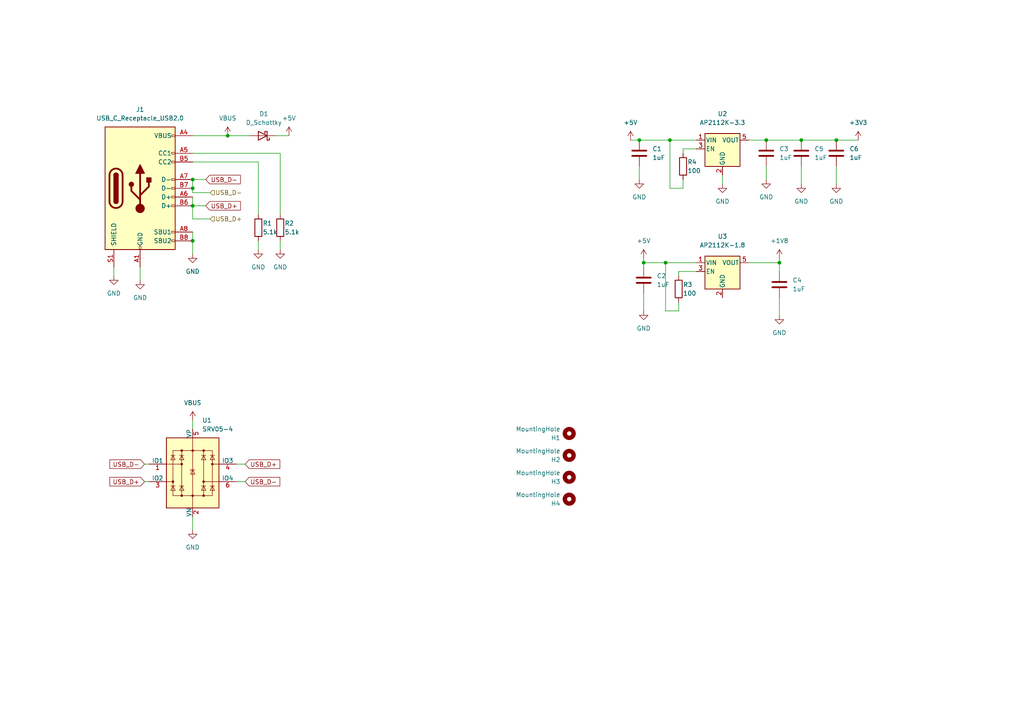
<source format=kicad_sch>
(kicad_sch (version 20211123) (generator eeschema)

  (uuid 6ed977c9-5340-4bb1-abde-4de613ab731c)

  (paper "A4")

  (lib_symbols
    (symbol "Connector:USB_C_Receptacle_USB2.0" (pin_names (offset 1.016)) (in_bom yes) (on_board yes)
      (property "Reference" "J" (id 0) (at -10.16 19.05 0)
        (effects (font (size 1.27 1.27)) (justify left))
      )
      (property "Value" "USB_C_Receptacle_USB2.0" (id 1) (at 19.05 19.05 0)
        (effects (font (size 1.27 1.27)) (justify right))
      )
      (property "Footprint" "" (id 2) (at 3.81 0 0)
        (effects (font (size 1.27 1.27)) hide)
      )
      (property "Datasheet" "https://www.usb.org/sites/default/files/documents/usb_type-c.zip" (id 3) (at 3.81 0 0)
        (effects (font (size 1.27 1.27)) hide)
      )
      (property "ki_keywords" "usb universal serial bus type-C USB2.0" (id 4) (at 0 0 0)
        (effects (font (size 1.27 1.27)) hide)
      )
      (property "ki_description" "USB 2.0-only Type-C Receptacle connector" (id 5) (at 0 0 0)
        (effects (font (size 1.27 1.27)) hide)
      )
      (property "ki_fp_filters" "USB*C*Receptacle*" (id 6) (at 0 0 0)
        (effects (font (size 1.27 1.27)) hide)
      )
      (symbol "USB_C_Receptacle_USB2.0_0_0"
        (rectangle (start -0.254 -17.78) (end 0.254 -16.764)
          (stroke (width 0) (type default) (color 0 0 0 0))
          (fill (type none))
        )
        (rectangle (start 10.16 -14.986) (end 9.144 -15.494)
          (stroke (width 0) (type default) (color 0 0 0 0))
          (fill (type none))
        )
        (rectangle (start 10.16 -12.446) (end 9.144 -12.954)
          (stroke (width 0) (type default) (color 0 0 0 0))
          (fill (type none))
        )
        (rectangle (start 10.16 -4.826) (end 9.144 -5.334)
          (stroke (width 0) (type default) (color 0 0 0 0))
          (fill (type none))
        )
        (rectangle (start 10.16 -2.286) (end 9.144 -2.794)
          (stroke (width 0) (type default) (color 0 0 0 0))
          (fill (type none))
        )
        (rectangle (start 10.16 0.254) (end 9.144 -0.254)
          (stroke (width 0) (type default) (color 0 0 0 0))
          (fill (type none))
        )
        (rectangle (start 10.16 2.794) (end 9.144 2.286)
          (stroke (width 0) (type default) (color 0 0 0 0))
          (fill (type none))
        )
        (rectangle (start 10.16 7.874) (end 9.144 7.366)
          (stroke (width 0) (type default) (color 0 0 0 0))
          (fill (type none))
        )
        (rectangle (start 10.16 10.414) (end 9.144 9.906)
          (stroke (width 0) (type default) (color 0 0 0 0))
          (fill (type none))
        )
        (rectangle (start 10.16 15.494) (end 9.144 14.986)
          (stroke (width 0) (type default) (color 0 0 0 0))
          (fill (type none))
        )
      )
      (symbol "USB_C_Receptacle_USB2.0_0_1"
        (rectangle (start -10.16 17.78) (end 10.16 -17.78)
          (stroke (width 0.254) (type default) (color 0 0 0 0))
          (fill (type background))
        )
        (arc (start -8.89 -3.81) (mid -6.985 -5.715) (end -5.08 -3.81)
          (stroke (width 0.508) (type default) (color 0 0 0 0))
          (fill (type none))
        )
        (arc (start -7.62 -3.81) (mid -6.985 -4.445) (end -6.35 -3.81)
          (stroke (width 0.254) (type default) (color 0 0 0 0))
          (fill (type none))
        )
        (arc (start -7.62 -3.81) (mid -6.985 -4.445) (end -6.35 -3.81)
          (stroke (width 0.254) (type default) (color 0 0 0 0))
          (fill (type outline))
        )
        (rectangle (start -7.62 -3.81) (end -6.35 3.81)
          (stroke (width 0.254) (type default) (color 0 0 0 0))
          (fill (type outline))
        )
        (arc (start -6.35 3.81) (mid -6.985 4.445) (end -7.62 3.81)
          (stroke (width 0.254) (type default) (color 0 0 0 0))
          (fill (type none))
        )
        (arc (start -6.35 3.81) (mid -6.985 4.445) (end -7.62 3.81)
          (stroke (width 0.254) (type default) (color 0 0 0 0))
          (fill (type outline))
        )
        (arc (start -5.08 3.81) (mid -6.985 5.715) (end -8.89 3.81)
          (stroke (width 0.508) (type default) (color 0 0 0 0))
          (fill (type none))
        )
        (circle (center -2.54 1.143) (radius 0.635)
          (stroke (width 0.254) (type default) (color 0 0 0 0))
          (fill (type outline))
        )
        (circle (center 0 -5.842) (radius 1.27)
          (stroke (width 0) (type default) (color 0 0 0 0))
          (fill (type outline))
        )
        (polyline
          (pts
            (xy -8.89 -3.81)
            (xy -8.89 3.81)
          )
          (stroke (width 0.508) (type default) (color 0 0 0 0))
          (fill (type none))
        )
        (polyline
          (pts
            (xy -5.08 3.81)
            (xy -5.08 -3.81)
          )
          (stroke (width 0.508) (type default) (color 0 0 0 0))
          (fill (type none))
        )
        (polyline
          (pts
            (xy 0 -5.842)
            (xy 0 4.318)
          )
          (stroke (width 0.508) (type default) (color 0 0 0 0))
          (fill (type none))
        )
        (polyline
          (pts
            (xy 0 -3.302)
            (xy -2.54 -0.762)
            (xy -2.54 0.508)
          )
          (stroke (width 0.508) (type default) (color 0 0 0 0))
          (fill (type none))
        )
        (polyline
          (pts
            (xy 0 -2.032)
            (xy 2.54 0.508)
            (xy 2.54 1.778)
          )
          (stroke (width 0.508) (type default) (color 0 0 0 0))
          (fill (type none))
        )
        (polyline
          (pts
            (xy -1.27 4.318)
            (xy 0 6.858)
            (xy 1.27 4.318)
            (xy -1.27 4.318)
          )
          (stroke (width 0.254) (type default) (color 0 0 0 0))
          (fill (type outline))
        )
        (rectangle (start 1.905 1.778) (end 3.175 3.048)
          (stroke (width 0.254) (type default) (color 0 0 0 0))
          (fill (type outline))
        )
      )
      (symbol "USB_C_Receptacle_USB2.0_1_1"
        (pin passive line (at 0 -22.86 90) (length 5.08)
          (name "GND" (effects (font (size 1.27 1.27))))
          (number "A1" (effects (font (size 1.27 1.27))))
        )
        (pin passive line (at 0 -22.86 90) (length 5.08) hide
          (name "GND" (effects (font (size 1.27 1.27))))
          (number "A12" (effects (font (size 1.27 1.27))))
        )
        (pin passive line (at 15.24 15.24 180) (length 5.08)
          (name "VBUS" (effects (font (size 1.27 1.27))))
          (number "A4" (effects (font (size 1.27 1.27))))
        )
        (pin bidirectional line (at 15.24 10.16 180) (length 5.08)
          (name "CC1" (effects (font (size 1.27 1.27))))
          (number "A5" (effects (font (size 1.27 1.27))))
        )
        (pin bidirectional line (at 15.24 -2.54 180) (length 5.08)
          (name "D+" (effects (font (size 1.27 1.27))))
          (number "A6" (effects (font (size 1.27 1.27))))
        )
        (pin bidirectional line (at 15.24 2.54 180) (length 5.08)
          (name "D-" (effects (font (size 1.27 1.27))))
          (number "A7" (effects (font (size 1.27 1.27))))
        )
        (pin bidirectional line (at 15.24 -12.7 180) (length 5.08)
          (name "SBU1" (effects (font (size 1.27 1.27))))
          (number "A8" (effects (font (size 1.27 1.27))))
        )
        (pin passive line (at 15.24 15.24 180) (length 5.08) hide
          (name "VBUS" (effects (font (size 1.27 1.27))))
          (number "A9" (effects (font (size 1.27 1.27))))
        )
        (pin passive line (at 0 -22.86 90) (length 5.08) hide
          (name "GND" (effects (font (size 1.27 1.27))))
          (number "B1" (effects (font (size 1.27 1.27))))
        )
        (pin passive line (at 0 -22.86 90) (length 5.08) hide
          (name "GND" (effects (font (size 1.27 1.27))))
          (number "B12" (effects (font (size 1.27 1.27))))
        )
        (pin passive line (at 15.24 15.24 180) (length 5.08) hide
          (name "VBUS" (effects (font (size 1.27 1.27))))
          (number "B4" (effects (font (size 1.27 1.27))))
        )
        (pin bidirectional line (at 15.24 7.62 180) (length 5.08)
          (name "CC2" (effects (font (size 1.27 1.27))))
          (number "B5" (effects (font (size 1.27 1.27))))
        )
        (pin bidirectional line (at 15.24 -5.08 180) (length 5.08)
          (name "D+" (effects (font (size 1.27 1.27))))
          (number "B6" (effects (font (size 1.27 1.27))))
        )
        (pin bidirectional line (at 15.24 0 180) (length 5.08)
          (name "D-" (effects (font (size 1.27 1.27))))
          (number "B7" (effects (font (size 1.27 1.27))))
        )
        (pin bidirectional line (at 15.24 -15.24 180) (length 5.08)
          (name "SBU2" (effects (font (size 1.27 1.27))))
          (number "B8" (effects (font (size 1.27 1.27))))
        )
        (pin passive line (at 15.24 15.24 180) (length 5.08) hide
          (name "VBUS" (effects (font (size 1.27 1.27))))
          (number "B9" (effects (font (size 1.27 1.27))))
        )
        (pin passive line (at -7.62 -22.86 90) (length 5.08)
          (name "SHIELD" (effects (font (size 1.27 1.27))))
          (number "S1" (effects (font (size 1.27 1.27))))
        )
      )
    )
    (symbol "Device:C" (pin_numbers hide) (pin_names (offset 0.254)) (in_bom yes) (on_board yes)
      (property "Reference" "C" (id 0) (at 0.635 2.54 0)
        (effects (font (size 1.27 1.27)) (justify left))
      )
      (property "Value" "C" (id 1) (at 0.635 -2.54 0)
        (effects (font (size 1.27 1.27)) (justify left))
      )
      (property "Footprint" "" (id 2) (at 0.9652 -3.81 0)
        (effects (font (size 1.27 1.27)) hide)
      )
      (property "Datasheet" "~" (id 3) (at 0 0 0)
        (effects (font (size 1.27 1.27)) hide)
      )
      (property "ki_keywords" "cap capacitor" (id 4) (at 0 0 0)
        (effects (font (size 1.27 1.27)) hide)
      )
      (property "ki_description" "Unpolarized capacitor" (id 5) (at 0 0 0)
        (effects (font (size 1.27 1.27)) hide)
      )
      (property "ki_fp_filters" "C_*" (id 6) (at 0 0 0)
        (effects (font (size 1.27 1.27)) hide)
      )
      (symbol "C_0_1"
        (polyline
          (pts
            (xy -2.032 -0.762)
            (xy 2.032 -0.762)
          )
          (stroke (width 0.508) (type default) (color 0 0 0 0))
          (fill (type none))
        )
        (polyline
          (pts
            (xy -2.032 0.762)
            (xy 2.032 0.762)
          )
          (stroke (width 0.508) (type default) (color 0 0 0 0))
          (fill (type none))
        )
      )
      (symbol "C_1_1"
        (pin passive line (at 0 3.81 270) (length 2.794)
          (name "~" (effects (font (size 1.27 1.27))))
          (number "1" (effects (font (size 1.27 1.27))))
        )
        (pin passive line (at 0 -3.81 90) (length 2.794)
          (name "~" (effects (font (size 1.27 1.27))))
          (number "2" (effects (font (size 1.27 1.27))))
        )
      )
    )
    (symbol "Device:D_Schottky" (pin_numbers hide) (pin_names (offset 1.016) hide) (in_bom yes) (on_board yes)
      (property "Reference" "D" (id 0) (at 0 2.54 0)
        (effects (font (size 1.27 1.27)))
      )
      (property "Value" "D_Schottky" (id 1) (at 0 -2.54 0)
        (effects (font (size 1.27 1.27)))
      )
      (property "Footprint" "" (id 2) (at 0 0 0)
        (effects (font (size 1.27 1.27)) hide)
      )
      (property "Datasheet" "~" (id 3) (at 0 0 0)
        (effects (font (size 1.27 1.27)) hide)
      )
      (property "ki_keywords" "diode Schottky" (id 4) (at 0 0 0)
        (effects (font (size 1.27 1.27)) hide)
      )
      (property "ki_description" "Schottky diode" (id 5) (at 0 0 0)
        (effects (font (size 1.27 1.27)) hide)
      )
      (property "ki_fp_filters" "TO-???* *_Diode_* *SingleDiode* D_*" (id 6) (at 0 0 0)
        (effects (font (size 1.27 1.27)) hide)
      )
      (symbol "D_Schottky_0_1"
        (polyline
          (pts
            (xy 1.27 0)
            (xy -1.27 0)
          )
          (stroke (width 0) (type default) (color 0 0 0 0))
          (fill (type none))
        )
        (polyline
          (pts
            (xy 1.27 1.27)
            (xy 1.27 -1.27)
            (xy -1.27 0)
            (xy 1.27 1.27)
          )
          (stroke (width 0.254) (type default) (color 0 0 0 0))
          (fill (type none))
        )
        (polyline
          (pts
            (xy -1.905 0.635)
            (xy -1.905 1.27)
            (xy -1.27 1.27)
            (xy -1.27 -1.27)
            (xy -0.635 -1.27)
            (xy -0.635 -0.635)
          )
          (stroke (width 0.254) (type default) (color 0 0 0 0))
          (fill (type none))
        )
      )
      (symbol "D_Schottky_1_1"
        (pin passive line (at -3.81 0 0) (length 2.54)
          (name "K" (effects (font (size 1.27 1.27))))
          (number "1" (effects (font (size 1.27 1.27))))
        )
        (pin passive line (at 3.81 0 180) (length 2.54)
          (name "A" (effects (font (size 1.27 1.27))))
          (number "2" (effects (font (size 1.27 1.27))))
        )
      )
    )
    (symbol "Device:R" (pin_numbers hide) (pin_names (offset 0)) (in_bom yes) (on_board yes)
      (property "Reference" "R" (id 0) (at 2.032 0 90)
        (effects (font (size 1.27 1.27)))
      )
      (property "Value" "R" (id 1) (at 0 0 90)
        (effects (font (size 1.27 1.27)))
      )
      (property "Footprint" "" (id 2) (at -1.778 0 90)
        (effects (font (size 1.27 1.27)) hide)
      )
      (property "Datasheet" "~" (id 3) (at 0 0 0)
        (effects (font (size 1.27 1.27)) hide)
      )
      (property "ki_keywords" "R res resistor" (id 4) (at 0 0 0)
        (effects (font (size 1.27 1.27)) hide)
      )
      (property "ki_description" "Resistor" (id 5) (at 0 0 0)
        (effects (font (size 1.27 1.27)) hide)
      )
      (property "ki_fp_filters" "R_*" (id 6) (at 0 0 0)
        (effects (font (size 1.27 1.27)) hide)
      )
      (symbol "R_0_1"
        (rectangle (start -1.016 -2.54) (end 1.016 2.54)
          (stroke (width 0.254) (type default) (color 0 0 0 0))
          (fill (type none))
        )
      )
      (symbol "R_1_1"
        (pin passive line (at 0 3.81 270) (length 1.27)
          (name "~" (effects (font (size 1.27 1.27))))
          (number "1" (effects (font (size 1.27 1.27))))
        )
        (pin passive line (at 0 -3.81 90) (length 1.27)
          (name "~" (effects (font (size 1.27 1.27))))
          (number "2" (effects (font (size 1.27 1.27))))
        )
      )
    )
    (symbol "Mechanical:MountingHole" (pin_names (offset 1.016)) (in_bom yes) (on_board yes)
      (property "Reference" "H" (id 0) (at 0 5.08 0)
        (effects (font (size 1.27 1.27)))
      )
      (property "Value" "MountingHole" (id 1) (at 0 3.175 0)
        (effects (font (size 1.27 1.27)))
      )
      (property "Footprint" "" (id 2) (at 0 0 0)
        (effects (font (size 1.27 1.27)) hide)
      )
      (property "Datasheet" "~" (id 3) (at 0 0 0)
        (effects (font (size 1.27 1.27)) hide)
      )
      (property "ki_keywords" "mounting hole" (id 4) (at 0 0 0)
        (effects (font (size 1.27 1.27)) hide)
      )
      (property "ki_description" "Mounting Hole without connection" (id 5) (at 0 0 0)
        (effects (font (size 1.27 1.27)) hide)
      )
      (property "ki_fp_filters" "MountingHole*" (id 6) (at 0 0 0)
        (effects (font (size 1.27 1.27)) hide)
      )
      (symbol "MountingHole_0_1"
        (circle (center 0 0) (radius 1.27)
          (stroke (width 1.27) (type default) (color 0 0 0 0))
          (fill (type none))
        )
      )
    )
    (symbol "Power_Protection:SRV05-4" (pin_names (offset 0)) (in_bom yes) (on_board yes)
      (property "Reference" "U" (id 0) (at -5.08 11.43 0)
        (effects (font (size 1.27 1.27)) (justify right))
      )
      (property "Value" "SRV05-4" (id 1) (at 2.54 11.43 0)
        (effects (font (size 1.27 1.27)) (justify left))
      )
      (property "Footprint" "Package_TO_SOT_SMD:SOT-23-6" (id 2) (at 17.78 -11.43 0)
        (effects (font (size 1.27 1.27)) hide)
      )
      (property "Datasheet" "http://www.onsemi.com/pub/Collateral/SRV05-4-D.PDF" (id 3) (at 0 0 0)
        (effects (font (size 1.27 1.27)) hide)
      )
      (property "ki_keywords" "ESD protection diodes" (id 4) (at 0 0 0)
        (effects (font (size 1.27 1.27)) hide)
      )
      (property "ki_description" "ESD Protection Diodes with Low Clamping Voltage, SOT-23-6" (id 5) (at 0 0 0)
        (effects (font (size 1.27 1.27)) hide)
      )
      (property "ki_fp_filters" "SOT?23*" (id 6) (at 0 0 0)
        (effects (font (size 1.27 1.27)) hide)
      )
      (symbol "SRV05-4_0_0"
        (rectangle (start -5.715 6.477) (end 5.715 -6.604)
          (stroke (width 0) (type default) (color 0 0 0 0))
          (fill (type none))
        )
        (polyline
          (pts
            (xy -3.175 -6.604)
            (xy -3.175 6.477)
          )
          (stroke (width 0) (type default) (color 0 0 0 0))
          (fill (type none))
        )
        (polyline
          (pts
            (xy 3.175 6.477)
            (xy 3.175 -6.604)
          )
          (stroke (width 0) (type default) (color 0 0 0 0))
          (fill (type none))
        )
      )
      (symbol "SRV05-4_0_1"
        (rectangle (start -7.62 10.16) (end 7.62 -10.16)
          (stroke (width 0.254) (type default) (color 0 0 0 0))
          (fill (type background))
        )
        (circle (center -5.715 -2.54) (radius 0.2794)
          (stroke (width 0) (type default) (color 0 0 0 0))
          (fill (type outline))
        )
        (circle (center -3.175 -6.604) (radius 0.2794)
          (stroke (width 0) (type default) (color 0 0 0 0))
          (fill (type outline))
        )
        (circle (center -3.175 2.54) (radius 0.2794)
          (stroke (width 0) (type default) (color 0 0 0 0))
          (fill (type outline))
        )
        (circle (center -3.175 6.477) (radius 0.2794)
          (stroke (width 0) (type default) (color 0 0 0 0))
          (fill (type outline))
        )
        (circle (center 0 -6.604) (radius 0.2794)
          (stroke (width 0) (type default) (color 0 0 0 0))
          (fill (type outline))
        )
        (polyline
          (pts
            (xy -7.747 2.54)
            (xy -3.175 2.54)
          )
          (stroke (width 0) (type default) (color 0 0 0 0))
          (fill (type none))
        )
        (polyline
          (pts
            (xy -7.62 -2.54)
            (xy -5.715 -2.54)
          )
          (stroke (width 0) (type default) (color 0 0 0 0))
          (fill (type none))
        )
        (polyline
          (pts
            (xy -5.08 -3.81)
            (xy -6.35 -3.81)
          )
          (stroke (width 0) (type default) (color 0 0 0 0))
          (fill (type none))
        )
        (polyline
          (pts
            (xy -5.08 5.08)
            (xy -6.35 5.08)
          )
          (stroke (width 0) (type default) (color 0 0 0 0))
          (fill (type none))
        )
        (polyline
          (pts
            (xy -2.54 -3.81)
            (xy -3.81 -3.81)
          )
          (stroke (width 0) (type default) (color 0 0 0 0))
          (fill (type none))
        )
        (polyline
          (pts
            (xy -2.54 5.08)
            (xy -3.81 5.08)
          )
          (stroke (width 0) (type default) (color 0 0 0 0))
          (fill (type none))
        )
        (polyline
          (pts
            (xy 0 10.16)
            (xy 0 -10.16)
          )
          (stroke (width 0) (type default) (color 0 0 0 0))
          (fill (type none))
        )
        (polyline
          (pts
            (xy 3.81 -3.81)
            (xy 2.54 -3.81)
          )
          (stroke (width 0) (type default) (color 0 0 0 0))
          (fill (type none))
        )
        (polyline
          (pts
            (xy 3.81 5.08)
            (xy 2.54 5.08)
          )
          (stroke (width 0) (type default) (color 0 0 0 0))
          (fill (type none))
        )
        (polyline
          (pts
            (xy 6.35 -3.81)
            (xy 5.08 -3.81)
          )
          (stroke (width 0) (type default) (color 0 0 0 0))
          (fill (type none))
        )
        (polyline
          (pts
            (xy 6.35 5.08)
            (xy 5.08 5.08)
          )
          (stroke (width 0) (type default) (color 0 0 0 0))
          (fill (type none))
        )
        (polyline
          (pts
            (xy 7.62 -2.54)
            (xy 3.175 -2.54)
          )
          (stroke (width 0) (type default) (color 0 0 0 0))
          (fill (type none))
        )
        (polyline
          (pts
            (xy 7.62 2.54)
            (xy 5.715 2.54)
          )
          (stroke (width 0) (type default) (color 0 0 0 0))
          (fill (type none))
        )
        (polyline
          (pts
            (xy 0.635 0.889)
            (xy -0.635 0.889)
            (xy -0.635 0.635)
          )
          (stroke (width 0) (type default) (color 0 0 0 0))
          (fill (type none))
        )
        (polyline
          (pts
            (xy -5.08 -5.08)
            (xy -6.35 -5.08)
            (xy -5.715 -3.81)
            (xy -5.08 -5.08)
          )
          (stroke (width 0) (type default) (color 0 0 0 0))
          (fill (type none))
        )
        (polyline
          (pts
            (xy -5.08 3.81)
            (xy -6.35 3.81)
            (xy -5.715 5.08)
            (xy -5.08 3.81)
          )
          (stroke (width 0) (type default) (color 0 0 0 0))
          (fill (type none))
        )
        (polyline
          (pts
            (xy -2.54 -5.08)
            (xy -3.81 -5.08)
            (xy -3.175 -3.81)
            (xy -2.54 -5.08)
          )
          (stroke (width 0) (type default) (color 0 0 0 0))
          (fill (type none))
        )
        (polyline
          (pts
            (xy -2.54 3.81)
            (xy -3.81 3.81)
            (xy -3.175 5.08)
            (xy -2.54 3.81)
          )
          (stroke (width 0) (type default) (color 0 0 0 0))
          (fill (type none))
        )
        (polyline
          (pts
            (xy 0.635 -0.381)
            (xy -0.635 -0.381)
            (xy 0 0.889)
            (xy 0.635 -0.381)
          )
          (stroke (width 0) (type default) (color 0 0 0 0))
          (fill (type none))
        )
        (polyline
          (pts
            (xy 3.81 -5.08)
            (xy 2.54 -5.08)
            (xy 3.175 -3.81)
            (xy 3.81 -5.08)
          )
          (stroke (width 0) (type default) (color 0 0 0 0))
          (fill (type none))
        )
        (polyline
          (pts
            (xy 3.81 3.81)
            (xy 2.54 3.81)
            (xy 3.175 5.08)
            (xy 3.81 3.81)
          )
          (stroke (width 0) (type default) (color 0 0 0 0))
          (fill (type none))
        )
        (polyline
          (pts
            (xy 6.35 -5.08)
            (xy 5.08 -5.08)
            (xy 5.715 -3.81)
            (xy 6.35 -5.08)
          )
          (stroke (width 0) (type default) (color 0 0 0 0))
          (fill (type none))
        )
        (polyline
          (pts
            (xy 6.35 3.81)
            (xy 5.08 3.81)
            (xy 5.715 5.08)
            (xy 6.35 3.81)
          )
          (stroke (width 0) (type default) (color 0 0 0 0))
          (fill (type none))
        )
        (circle (center 0 6.477) (radius 0.2794)
          (stroke (width 0) (type default) (color 0 0 0 0))
          (fill (type outline))
        )
        (circle (center 3.175 -6.604) (radius 0.2794)
          (stroke (width 0) (type default) (color 0 0 0 0))
          (fill (type outline))
        )
        (circle (center 3.175 -2.54) (radius 0.2794)
          (stroke (width 0) (type default) (color 0 0 0 0))
          (fill (type outline))
        )
        (circle (center 3.175 6.477) (radius 0.2794)
          (stroke (width 0) (type default) (color 0 0 0 0))
          (fill (type outline))
        )
        (circle (center 5.715 2.54) (radius 0.2794)
          (stroke (width 0) (type default) (color 0 0 0 0))
          (fill (type outline))
        )
      )
      (symbol "SRV05-4_1_1"
        (pin passive line (at -12.7 2.54 0) (length 5.08)
          (name "IO1" (effects (font (size 1.27 1.27))))
          (number "1" (effects (font (size 1.27 1.27))))
        )
        (pin passive line (at 0 -12.7 90) (length 2.54)
          (name "VN" (effects (font (size 1.27 1.27))))
          (number "2" (effects (font (size 1.27 1.27))))
        )
        (pin passive line (at -12.7 -2.54 0) (length 5.08)
          (name "IO2" (effects (font (size 1.27 1.27))))
          (number "3" (effects (font (size 1.27 1.27))))
        )
        (pin passive line (at 12.7 2.54 180) (length 5.08)
          (name "IO3" (effects (font (size 1.27 1.27))))
          (number "4" (effects (font (size 1.27 1.27))))
        )
        (pin passive line (at 0 12.7 270) (length 2.54)
          (name "VP" (effects (font (size 1.27 1.27))))
          (number "5" (effects (font (size 1.27 1.27))))
        )
        (pin passive line (at 12.7 -2.54 180) (length 5.08)
          (name "IO4" (effects (font (size 1.27 1.27))))
          (number "6" (effects (font (size 1.27 1.27))))
        )
      )
    )
    (symbol "Regulator_Linear:AP2112K-1.8" (pin_names (offset 0.254)) (in_bom yes) (on_board yes)
      (property "Reference" "U" (id 0) (at -5.08 5.715 0)
        (effects (font (size 1.27 1.27)) (justify left))
      )
      (property "Value" "AP2112K-1.8" (id 1) (at 0 5.715 0)
        (effects (font (size 1.27 1.27)) (justify left))
      )
      (property "Footprint" "Package_TO_SOT_SMD:SOT-23-5" (id 2) (at 0 8.255 0)
        (effects (font (size 1.27 1.27)) hide)
      )
      (property "Datasheet" "https://www.diodes.com/assets/Datasheets/AP2112.pdf" (id 3) (at 0 2.54 0)
        (effects (font (size 1.27 1.27)) hide)
      )
      (property "ki_keywords" "linear regulator ldo fixed positive" (id 4) (at 0 0 0)
        (effects (font (size 1.27 1.27)) hide)
      )
      (property "ki_description" "600mA low dropout linear regulator, with enable pin, 2.5V-6V input voltage range, 1.8V fixed positive output, SOT-23-5" (id 5) (at 0 0 0)
        (effects (font (size 1.27 1.27)) hide)
      )
      (property "ki_fp_filters" "SOT?23?5*" (id 6) (at 0 0 0)
        (effects (font (size 1.27 1.27)) hide)
      )
      (symbol "AP2112K-1.8_0_1"
        (rectangle (start -5.08 4.445) (end 5.08 -5.08)
          (stroke (width 0.254) (type default) (color 0 0 0 0))
          (fill (type background))
        )
      )
      (symbol "AP2112K-1.8_1_1"
        (pin power_in line (at -7.62 2.54 0) (length 2.54)
          (name "VIN" (effects (font (size 1.27 1.27))))
          (number "1" (effects (font (size 1.27 1.27))))
        )
        (pin power_in line (at 0 -7.62 90) (length 2.54)
          (name "GND" (effects (font (size 1.27 1.27))))
          (number "2" (effects (font (size 1.27 1.27))))
        )
        (pin input line (at -7.62 0 0) (length 2.54)
          (name "EN" (effects (font (size 1.27 1.27))))
          (number "3" (effects (font (size 1.27 1.27))))
        )
        (pin no_connect line (at 5.08 0 180) (length 2.54) hide
          (name "NC" (effects (font (size 1.27 1.27))))
          (number "4" (effects (font (size 1.27 1.27))))
        )
        (pin power_out line (at 7.62 2.54 180) (length 2.54)
          (name "VOUT" (effects (font (size 1.27 1.27))))
          (number "5" (effects (font (size 1.27 1.27))))
        )
      )
    )
    (symbol "Regulator_Linear:AP2112K-3.3" (pin_names (offset 0.254)) (in_bom yes) (on_board yes)
      (property "Reference" "U" (id 0) (at -5.08 5.715 0)
        (effects (font (size 1.27 1.27)) (justify left))
      )
      (property "Value" "AP2112K-3.3" (id 1) (at 0 5.715 0)
        (effects (font (size 1.27 1.27)) (justify left))
      )
      (property "Footprint" "Package_TO_SOT_SMD:SOT-23-5" (id 2) (at 0 8.255 0)
        (effects (font (size 1.27 1.27)) hide)
      )
      (property "Datasheet" "https://www.diodes.com/assets/Datasheets/AP2112.pdf" (id 3) (at 0 2.54 0)
        (effects (font (size 1.27 1.27)) hide)
      )
      (property "ki_keywords" "linear regulator ldo fixed positive" (id 4) (at 0 0 0)
        (effects (font (size 1.27 1.27)) hide)
      )
      (property "ki_description" "600mA low dropout linear regulator, with enable pin, 3.8V-6V input voltage range, 3.3V fixed positive output, SOT-23-5" (id 5) (at 0 0 0)
        (effects (font (size 1.27 1.27)) hide)
      )
      (property "ki_fp_filters" "SOT?23?5*" (id 6) (at 0 0 0)
        (effects (font (size 1.27 1.27)) hide)
      )
      (symbol "AP2112K-3.3_0_1"
        (rectangle (start -5.08 4.445) (end 5.08 -5.08)
          (stroke (width 0.254) (type default) (color 0 0 0 0))
          (fill (type background))
        )
      )
      (symbol "AP2112K-3.3_1_1"
        (pin power_in line (at -7.62 2.54 0) (length 2.54)
          (name "VIN" (effects (font (size 1.27 1.27))))
          (number "1" (effects (font (size 1.27 1.27))))
        )
        (pin power_in line (at 0 -7.62 90) (length 2.54)
          (name "GND" (effects (font (size 1.27 1.27))))
          (number "2" (effects (font (size 1.27 1.27))))
        )
        (pin input line (at -7.62 0 0) (length 2.54)
          (name "EN" (effects (font (size 1.27 1.27))))
          (number "3" (effects (font (size 1.27 1.27))))
        )
        (pin no_connect line (at 5.08 0 180) (length 2.54) hide
          (name "NC" (effects (font (size 1.27 1.27))))
          (number "4" (effects (font (size 1.27 1.27))))
        )
        (pin power_out line (at 7.62 2.54 180) (length 2.54)
          (name "VOUT" (effects (font (size 1.27 1.27))))
          (number "5" (effects (font (size 1.27 1.27))))
        )
      )
    )
    (symbol "power:+1V8" (power) (pin_names (offset 0)) (in_bom yes) (on_board yes)
      (property "Reference" "#PWR" (id 0) (at 0 -3.81 0)
        (effects (font (size 1.27 1.27)) hide)
      )
      (property "Value" "+1V8" (id 1) (at 0 3.556 0)
        (effects (font (size 1.27 1.27)))
      )
      (property "Footprint" "" (id 2) (at 0 0 0)
        (effects (font (size 1.27 1.27)) hide)
      )
      (property "Datasheet" "" (id 3) (at 0 0 0)
        (effects (font (size 1.27 1.27)) hide)
      )
      (property "ki_keywords" "power-flag" (id 4) (at 0 0 0)
        (effects (font (size 1.27 1.27)) hide)
      )
      (property "ki_description" "Power symbol creates a global label with name \"+1V8\"" (id 5) (at 0 0 0)
        (effects (font (size 1.27 1.27)) hide)
      )
      (symbol "+1V8_0_1"
        (polyline
          (pts
            (xy -0.762 1.27)
            (xy 0 2.54)
          )
          (stroke (width 0) (type default) (color 0 0 0 0))
          (fill (type none))
        )
        (polyline
          (pts
            (xy 0 0)
            (xy 0 2.54)
          )
          (stroke (width 0) (type default) (color 0 0 0 0))
          (fill (type none))
        )
        (polyline
          (pts
            (xy 0 2.54)
            (xy 0.762 1.27)
          )
          (stroke (width 0) (type default) (color 0 0 0 0))
          (fill (type none))
        )
      )
      (symbol "+1V8_1_1"
        (pin power_in line (at 0 0 90) (length 0) hide
          (name "+1V8" (effects (font (size 1.27 1.27))))
          (number "1" (effects (font (size 1.27 1.27))))
        )
      )
    )
    (symbol "power:+3.3V" (power) (pin_names (offset 0)) (in_bom yes) (on_board yes)
      (property "Reference" "#PWR" (id 0) (at 0 -3.81 0)
        (effects (font (size 1.27 1.27)) hide)
      )
      (property "Value" "+3.3V" (id 1) (at 0 3.556 0)
        (effects (font (size 1.27 1.27)))
      )
      (property "Footprint" "" (id 2) (at 0 0 0)
        (effects (font (size 1.27 1.27)) hide)
      )
      (property "Datasheet" "" (id 3) (at 0 0 0)
        (effects (font (size 1.27 1.27)) hide)
      )
      (property "ki_keywords" "power-flag" (id 4) (at 0 0 0)
        (effects (font (size 1.27 1.27)) hide)
      )
      (property "ki_description" "Power symbol creates a global label with name \"+3.3V\"" (id 5) (at 0 0 0)
        (effects (font (size 1.27 1.27)) hide)
      )
      (symbol "+3.3V_0_1"
        (polyline
          (pts
            (xy -0.762 1.27)
            (xy 0 2.54)
          )
          (stroke (width 0) (type default) (color 0 0 0 0))
          (fill (type none))
        )
        (polyline
          (pts
            (xy 0 0)
            (xy 0 2.54)
          )
          (stroke (width 0) (type default) (color 0 0 0 0))
          (fill (type none))
        )
        (polyline
          (pts
            (xy 0 2.54)
            (xy 0.762 1.27)
          )
          (stroke (width 0) (type default) (color 0 0 0 0))
          (fill (type none))
        )
      )
      (symbol "+3.3V_1_1"
        (pin power_in line (at 0 0 90) (length 0) hide
          (name "+3V3" (effects (font (size 1.27 1.27))))
          (number "1" (effects (font (size 1.27 1.27))))
        )
      )
    )
    (symbol "power:+5V" (power) (pin_names (offset 0)) (in_bom yes) (on_board yes)
      (property "Reference" "#PWR" (id 0) (at 0 -3.81 0)
        (effects (font (size 1.27 1.27)) hide)
      )
      (property "Value" "+5V" (id 1) (at 0 3.556 0)
        (effects (font (size 1.27 1.27)))
      )
      (property "Footprint" "" (id 2) (at 0 0 0)
        (effects (font (size 1.27 1.27)) hide)
      )
      (property "Datasheet" "" (id 3) (at 0 0 0)
        (effects (font (size 1.27 1.27)) hide)
      )
      (property "ki_keywords" "power-flag" (id 4) (at 0 0 0)
        (effects (font (size 1.27 1.27)) hide)
      )
      (property "ki_description" "Power symbol creates a global label with name \"+5V\"" (id 5) (at 0 0 0)
        (effects (font (size 1.27 1.27)) hide)
      )
      (symbol "+5V_0_1"
        (polyline
          (pts
            (xy -0.762 1.27)
            (xy 0 2.54)
          )
          (stroke (width 0) (type default) (color 0 0 0 0))
          (fill (type none))
        )
        (polyline
          (pts
            (xy 0 0)
            (xy 0 2.54)
          )
          (stroke (width 0) (type default) (color 0 0 0 0))
          (fill (type none))
        )
        (polyline
          (pts
            (xy 0 2.54)
            (xy 0.762 1.27)
          )
          (stroke (width 0) (type default) (color 0 0 0 0))
          (fill (type none))
        )
      )
      (symbol "+5V_1_1"
        (pin power_in line (at 0 0 90) (length 0) hide
          (name "+5V" (effects (font (size 1.27 1.27))))
          (number "1" (effects (font (size 1.27 1.27))))
        )
      )
    )
    (symbol "power:GND" (power) (pin_names (offset 0)) (in_bom yes) (on_board yes)
      (property "Reference" "#PWR" (id 0) (at 0 -6.35 0)
        (effects (font (size 1.27 1.27)) hide)
      )
      (property "Value" "GND" (id 1) (at 0 -3.81 0)
        (effects (font (size 1.27 1.27)))
      )
      (property "Footprint" "" (id 2) (at 0 0 0)
        (effects (font (size 1.27 1.27)) hide)
      )
      (property "Datasheet" "" (id 3) (at 0 0 0)
        (effects (font (size 1.27 1.27)) hide)
      )
      (property "ki_keywords" "power-flag" (id 4) (at 0 0 0)
        (effects (font (size 1.27 1.27)) hide)
      )
      (property "ki_description" "Power symbol creates a global label with name \"GND\" , ground" (id 5) (at 0 0 0)
        (effects (font (size 1.27 1.27)) hide)
      )
      (symbol "GND_0_1"
        (polyline
          (pts
            (xy 0 0)
            (xy 0 -1.27)
            (xy 1.27 -1.27)
            (xy 0 -2.54)
            (xy -1.27 -1.27)
            (xy 0 -1.27)
          )
          (stroke (width 0) (type default) (color 0 0 0 0))
          (fill (type none))
        )
      )
      (symbol "GND_1_1"
        (pin power_in line (at 0 0 270) (length 0) hide
          (name "GND" (effects (font (size 1.27 1.27))))
          (number "1" (effects (font (size 1.27 1.27))))
        )
      )
    )
    (symbol "power:VBUS" (power) (pin_names (offset 0)) (in_bom yes) (on_board yes)
      (property "Reference" "#PWR" (id 0) (at 0 -3.81 0)
        (effects (font (size 1.27 1.27)) hide)
      )
      (property "Value" "VBUS" (id 1) (at 0 3.81 0)
        (effects (font (size 1.27 1.27)))
      )
      (property "Footprint" "" (id 2) (at 0 0 0)
        (effects (font (size 1.27 1.27)) hide)
      )
      (property "Datasheet" "" (id 3) (at 0 0 0)
        (effects (font (size 1.27 1.27)) hide)
      )
      (property "ki_keywords" "power-flag" (id 4) (at 0 0 0)
        (effects (font (size 1.27 1.27)) hide)
      )
      (property "ki_description" "Power symbol creates a global label with name \"VBUS\"" (id 5) (at 0 0 0)
        (effects (font (size 1.27 1.27)) hide)
      )
      (symbol "VBUS_0_1"
        (polyline
          (pts
            (xy -0.762 1.27)
            (xy 0 2.54)
          )
          (stroke (width 0) (type default) (color 0 0 0 0))
          (fill (type none))
        )
        (polyline
          (pts
            (xy 0 0)
            (xy 0 2.54)
          )
          (stroke (width 0) (type default) (color 0 0 0 0))
          (fill (type none))
        )
        (polyline
          (pts
            (xy 0 2.54)
            (xy 0.762 1.27)
          )
          (stroke (width 0) (type default) (color 0 0 0 0))
          (fill (type none))
        )
      )
      (symbol "VBUS_1_1"
        (pin power_in line (at 0 0 90) (length 0) hide
          (name "VBUS" (effects (font (size 1.27 1.27))))
          (number "1" (effects (font (size 1.27 1.27))))
        )
      )
    )
  )

  (junction (at 55.88 69.85) (diameter 0) (color 0 0 0 0)
    (uuid 10640eba-9662-447d-a3cf-94edc9a36377)
  )
  (junction (at 186.69 76.2) (diameter 0) (color 0 0 0 0)
    (uuid 1a9530c8-62e3-48d7-88a7-e02801104ed2)
  )
  (junction (at 242.57 40.64) (diameter 0) (color 0 0 0 0)
    (uuid 1cc92ba8-2ec9-405e-9cff-168478f1757b)
  )
  (junction (at 185.42 40.64) (diameter 0) (color 0 0 0 0)
    (uuid 45f6bc83-3abb-4d88-8d07-1ffbccbcdcfb)
  )
  (junction (at 55.88 54.61) (diameter 0) (color 0 0 0 0)
    (uuid 5fa9f1b4-7cac-455e-8288-328813c25086)
  )
  (junction (at 232.41 40.64) (diameter 0) (color 0 0 0 0)
    (uuid 710ad4db-ec13-4f83-b426-117f75657757)
  )
  (junction (at 194.31 40.64) (diameter 0) (color 0 0 0 0)
    (uuid 7f615d65-ae65-45c5-99f3-62e5820dbdba)
  )
  (junction (at 55.88 52.07) (diameter 0) (color 0 0 0 0)
    (uuid 81ab9312-4498-4660-a7fa-9a6292fd815a)
  )
  (junction (at 55.88 59.69) (diameter 0) (color 0 0 0 0)
    (uuid 871d63eb-f2b6-4c77-9f44-36cf5d617956)
  )
  (junction (at 226.06 76.2) (diameter 0) (color 0 0 0 0)
    (uuid 91f2190d-f6e8-470c-93eb-0627088caeba)
  )
  (junction (at 193.04 76.2) (diameter 0) (color 0 0 0 0)
    (uuid 96463524-10cf-4d94-a429-12cfbc0a6370)
  )
  (junction (at 66.04 39.37) (diameter 0) (color 0 0 0 0)
    (uuid a5dc17f6-a4fc-45ac-bb37-fce132e1a14e)
  )
  (junction (at 222.25 40.64) (diameter 0) (color 0 0 0 0)
    (uuid f4f18405-d143-4cef-8a71-7406c85e654c)
  )

  (wire (pts (xy 41.91 134.62) (xy 43.18 134.62))
    (stroke (width 0) (type default) (color 0 0 0 0))
    (uuid 002d15d1-a950-4695-9cdd-6491fb351775)
  )
  (wire (pts (xy 194.31 40.64) (xy 201.93 40.64))
    (stroke (width 0) (type default) (color 0 0 0 0))
    (uuid 0ca89f54-9bf9-443b-b855-fba0983a43cd)
  )
  (wire (pts (xy 71.12 139.7) (xy 68.58 139.7))
    (stroke (width 0) (type default) (color 0 0 0 0))
    (uuid 100eca5f-774a-4995-a039-e9f741e45c3a)
  )
  (wire (pts (xy 71.12 134.62) (xy 68.58 134.62))
    (stroke (width 0) (type default) (color 0 0 0 0))
    (uuid 194006df-0d31-4c89-9b97-de28d8574fd0)
  )
  (wire (pts (xy 55.88 55.88) (xy 55.88 54.61))
    (stroke (width 0) (type default) (color 0 0 0 0))
    (uuid 205cc1e8-58d0-4339-abce-86e3805b647b)
  )
  (wire (pts (xy 196.85 90.17) (xy 193.04 90.17))
    (stroke (width 0) (type default) (color 0 0 0 0))
    (uuid 25274a5a-55a2-4c8f-8906-fd24b58e8c36)
  )
  (wire (pts (xy 186.69 85.09) (xy 186.69 90.17))
    (stroke (width 0) (type default) (color 0 0 0 0))
    (uuid 2805cf08-2811-4766-86ac-35cdb8ce0cc9)
  )
  (wire (pts (xy 55.88 121.92) (xy 55.88 124.46))
    (stroke (width 0) (type default) (color 0 0 0 0))
    (uuid 2cf98c1f-91f8-4583-856c-9bbdaebb3816)
  )
  (wire (pts (xy 198.12 52.07) (xy 198.12 54.61))
    (stroke (width 0) (type default) (color 0 0 0 0))
    (uuid 32eb1884-d88f-4a4f-a273-97bf5bc9c144)
  )
  (wire (pts (xy 186.69 74.93) (xy 186.69 76.2))
    (stroke (width 0) (type default) (color 0 0 0 0))
    (uuid 3447fb54-4bca-4128-b399-b6188329208a)
  )
  (wire (pts (xy 242.57 40.64) (xy 248.92 40.64))
    (stroke (width 0) (type default) (color 0 0 0 0))
    (uuid 39da288b-967e-4620-af83-6e10726b4876)
  )
  (wire (pts (xy 217.17 40.64) (xy 222.25 40.64))
    (stroke (width 0) (type default) (color 0 0 0 0))
    (uuid 3c6a2986-dce9-420f-ad85-25474e01c544)
  )
  (wire (pts (xy 226.06 76.2) (xy 226.06 78.74))
    (stroke (width 0) (type default) (color 0 0 0 0))
    (uuid 3d137d67-fbd8-4d93-9d83-a3dad07f3cc8)
  )
  (wire (pts (xy 226.06 74.93) (xy 226.06 76.2))
    (stroke (width 0) (type default) (color 0 0 0 0))
    (uuid 3df383b4-d421-4949-b16e-52f018dc0ce5)
  )
  (wire (pts (xy 80.01 39.37) (xy 83.82 39.37))
    (stroke (width 0) (type default) (color 0 0 0 0))
    (uuid 4e392f0a-d57a-4e67-b9f8-e227306f3737)
  )
  (wire (pts (xy 222.25 40.64) (xy 232.41 40.64))
    (stroke (width 0) (type default) (color 0 0 0 0))
    (uuid 4ead1ac0-0485-41a8-9026-1e0981c053a7)
  )
  (wire (pts (xy 194.31 54.61) (xy 194.31 40.64))
    (stroke (width 0) (type default) (color 0 0 0 0))
    (uuid 5172d3a2-1a8e-4337-bf9d-a344dede22f1)
  )
  (wire (pts (xy 198.12 43.18) (xy 198.12 44.45))
    (stroke (width 0) (type default) (color 0 0 0 0))
    (uuid 5460fe8b-0a8c-497f-95af-590a7d43471f)
  )
  (wire (pts (xy 55.88 63.5) (xy 55.88 59.69))
    (stroke (width 0) (type default) (color 0 0 0 0))
    (uuid 5788849e-9ad4-433f-aa99-28ad39b32d1c)
  )
  (wire (pts (xy 81.28 44.45) (xy 81.28 62.23))
    (stroke (width 0) (type default) (color 0 0 0 0))
    (uuid 5b415102-293e-46da-bffd-dc11b19ccdfa)
  )
  (wire (pts (xy 60.96 55.88) (xy 55.88 55.88))
    (stroke (width 0) (type default) (color 0 0 0 0))
    (uuid 5f54f7f4-600d-4aa2-b330-c60ed5177cb9)
  )
  (wire (pts (xy 182.88 40.64) (xy 185.42 40.64))
    (stroke (width 0) (type default) (color 0 0 0 0))
    (uuid 6542613a-3730-4610-82b4-4d4c88499c46)
  )
  (wire (pts (xy 232.41 48.26) (xy 232.41 53.34))
    (stroke (width 0) (type default) (color 0 0 0 0))
    (uuid 69db7b65-846b-4117-89e8-7b31bc42b084)
  )
  (wire (pts (xy 185.42 40.64) (xy 194.31 40.64))
    (stroke (width 0) (type default) (color 0 0 0 0))
    (uuid 6ea1ff89-2d73-4534-af5c-8843409dcad9)
  )
  (wire (pts (xy 40.64 77.47) (xy 40.64 81.28))
    (stroke (width 0) (type default) (color 0 0 0 0))
    (uuid 7534971b-50c4-48a4-a553-2425fde19f24)
  )
  (wire (pts (xy 193.04 90.17) (xy 193.04 76.2))
    (stroke (width 0) (type default) (color 0 0 0 0))
    (uuid 7576a57b-23f0-4573-9b94-6cb5cb4b91c9)
  )
  (wire (pts (xy 222.25 52.07) (xy 222.25 48.26))
    (stroke (width 0) (type default) (color 0 0 0 0))
    (uuid 76ee7218-a61f-4652-8b06-5409f62e1a94)
  )
  (wire (pts (xy 209.55 53.34) (xy 209.55 50.8))
    (stroke (width 0) (type default) (color 0 0 0 0))
    (uuid 7776cac7-bc16-49ca-8115-f7b013513699)
  )
  (wire (pts (xy 55.88 57.15) (xy 55.88 59.69))
    (stroke (width 0) (type default) (color 0 0 0 0))
    (uuid 7a7ef105-6334-4779-b4e7-31ae5e4bd6e1)
  )
  (wire (pts (xy 55.88 39.37) (xy 66.04 39.37))
    (stroke (width 0) (type default) (color 0 0 0 0))
    (uuid 7d94b1e5-8bba-45b3-ada4-3004343853bc)
  )
  (wire (pts (xy 201.93 76.2) (xy 193.04 76.2))
    (stroke (width 0) (type default) (color 0 0 0 0))
    (uuid 80f23f96-7713-4326-a037-4e04ec6ffe97)
  )
  (wire (pts (xy 226.06 86.36) (xy 226.06 91.44))
    (stroke (width 0) (type default) (color 0 0 0 0))
    (uuid 8a5bfc94-d28d-4b11-bae3-d7982ea7ffa5)
  )
  (wire (pts (xy 185.42 52.07) (xy 185.42 48.26))
    (stroke (width 0) (type default) (color 0 0 0 0))
    (uuid 996a43ce-6f85-454a-9227-c316fb19dcb1)
  )
  (wire (pts (xy 55.88 52.07) (xy 55.88 54.61))
    (stroke (width 0) (type default) (color 0 0 0 0))
    (uuid 99c378e1-4028-4b10-9b0d-18b4eeb7a625)
  )
  (wire (pts (xy 55.88 69.85) (xy 55.88 73.66))
    (stroke (width 0) (type default) (color 0 0 0 0))
    (uuid 9ae4116a-3423-4588-b13f-946ebc914621)
  )
  (wire (pts (xy 33.02 80.01) (xy 33.02 77.47))
    (stroke (width 0) (type default) (color 0 0 0 0))
    (uuid 9d31c9da-df39-47f8-a948-224c35257130)
  )
  (wire (pts (xy 196.85 78.74) (xy 196.85 80.01))
    (stroke (width 0) (type default) (color 0 0 0 0))
    (uuid a0960a0e-0166-4de4-99f0-18fa874abf1b)
  )
  (wire (pts (xy 55.88 44.45) (xy 81.28 44.45))
    (stroke (width 0) (type default) (color 0 0 0 0))
    (uuid a40060bf-1cf1-4878-bb31-3f1d269d1043)
  )
  (wire (pts (xy 186.69 76.2) (xy 186.69 77.47))
    (stroke (width 0) (type default) (color 0 0 0 0))
    (uuid a69af9bd-a48e-4c22-b741-4eb5291c0d2d)
  )
  (wire (pts (xy 55.88 153.67) (xy 55.88 149.86))
    (stroke (width 0) (type default) (color 0 0 0 0))
    (uuid a80c5b45-ef46-4b1c-9393-40db348d8be7)
  )
  (wire (pts (xy 193.04 76.2) (xy 186.69 76.2))
    (stroke (width 0) (type default) (color 0 0 0 0))
    (uuid b4f29543-6adf-42c1-a6e4-7b534b43d668)
  )
  (wire (pts (xy 59.69 52.07) (xy 55.88 52.07))
    (stroke (width 0) (type default) (color 0 0 0 0))
    (uuid ba31a361-a7ac-4c26-8176-9f9231b178da)
  )
  (wire (pts (xy 55.88 46.99) (xy 74.93 46.99))
    (stroke (width 0) (type default) (color 0 0 0 0))
    (uuid bfe5e81d-de41-4162-accc-1e7f88e12de9)
  )
  (wire (pts (xy 196.85 78.74) (xy 201.93 78.74))
    (stroke (width 0) (type default) (color 0 0 0 0))
    (uuid cadd070d-024e-415b-bf51-d9b2ebbec799)
  )
  (wire (pts (xy 217.17 76.2) (xy 226.06 76.2))
    (stroke (width 0) (type default) (color 0 0 0 0))
    (uuid cebdb26d-ffe6-47cf-9048-2d74d88b69eb)
  )
  (wire (pts (xy 41.91 139.7) (xy 43.18 139.7))
    (stroke (width 0) (type default) (color 0 0 0 0))
    (uuid cee67091-0559-4981-97ef-7208aca95555)
  )
  (wire (pts (xy 66.04 39.37) (xy 72.39 39.37))
    (stroke (width 0) (type default) (color 0 0 0 0))
    (uuid d05523e5-3b89-4078-97d3-f47c560bdb1c)
  )
  (wire (pts (xy 74.93 72.39) (xy 74.93 69.85))
    (stroke (width 0) (type default) (color 0 0 0 0))
    (uuid d3538377-0138-40f0-ac23-deb5cc4b508f)
  )
  (wire (pts (xy 201.93 43.18) (xy 198.12 43.18))
    (stroke (width 0) (type default) (color 0 0 0 0))
    (uuid d58c62d8-2441-49d3-9a68-946fe70ad8f3)
  )
  (wire (pts (xy 74.93 62.23) (xy 74.93 46.99))
    (stroke (width 0) (type default) (color 0 0 0 0))
    (uuid e76fea55-27d0-440c-8799-7ace59468f50)
  )
  (wire (pts (xy 55.88 67.31) (xy 55.88 69.85))
    (stroke (width 0) (type default) (color 0 0 0 0))
    (uuid e827129b-2b5f-411b-8749-6e4f5a9eeef1)
  )
  (wire (pts (xy 59.69 59.69) (xy 55.88 59.69))
    (stroke (width 0) (type default) (color 0 0 0 0))
    (uuid eae72870-6c56-47ef-bb1b-c0a965e03aab)
  )
  (wire (pts (xy 60.96 63.5) (xy 55.88 63.5))
    (stroke (width 0) (type default) (color 0 0 0 0))
    (uuid f20658ee-5c50-4a4d-9f1b-3100fa8f6007)
  )
  (wire (pts (xy 232.41 40.64) (xy 242.57 40.64))
    (stroke (width 0) (type default) (color 0 0 0 0))
    (uuid f9b5ce14-c47a-4711-ad4c-05d4b58219dd)
  )
  (wire (pts (xy 196.85 87.63) (xy 196.85 90.17))
    (stroke (width 0) (type default) (color 0 0 0 0))
    (uuid fa22434a-e912-4be7-80a1-d35cd4d815ef)
  )
  (wire (pts (xy 242.57 48.26) (xy 242.57 53.34))
    (stroke (width 0) (type default) (color 0 0 0 0))
    (uuid fc5fc021-ea79-48d5-b369-fbcdf88af21b)
  )
  (wire (pts (xy 198.12 54.61) (xy 194.31 54.61))
    (stroke (width 0) (type default) (color 0 0 0 0))
    (uuid fcb1a64d-6351-41fe-a32a-e29bece5c08f)
  )
  (wire (pts (xy 81.28 72.39) (xy 81.28 69.85))
    (stroke (width 0) (type default) (color 0 0 0 0))
    (uuid ff429d28-9b9d-4f7a-bb3b-47c5bb65e34c)
  )

  (global_label "USB_D+" (shape input) (at 71.12 134.62 0) (fields_autoplaced)
    (effects (font (size 1.27 1.27)) (justify left))
    (uuid 564aa194-8509-4cb3-a595-73709a1ab410)
    (property "Intersheet References" "${INTERSHEET_REFS}" (id 0) (at 81.1531 134.5406 0)
      (effects (font (size 1.27 1.27)) (justify left) hide)
    )
  )
  (global_label "USB_D-" (shape input) (at 71.12 139.7 0) (fields_autoplaced)
    (effects (font (size 1.27 1.27)) (justify left))
    (uuid 660d6e7d-1e64-4c1c-8ca6-5a0f14a2e215)
    (property "Intersheet References" "${INTERSHEET_REFS}" (id 0) (at 81.1531 139.6206 0)
      (effects (font (size 1.27 1.27)) (justify left) hide)
    )
  )
  (global_label "USB_D+" (shape input) (at 59.69 59.69 0) (fields_autoplaced)
    (effects (font (size 1.27 1.27)) (justify left))
    (uuid 7140a8c2-4d32-4d9a-bb7d-019c2915ff96)
    (property "Intersheet References" "${INTERSHEET_REFS}" (id 0) (at 69.7231 59.6106 0)
      (effects (font (size 1.27 1.27)) (justify left) hide)
    )
  )
  (global_label "USB_D+" (shape input) (at 41.91 139.7 180) (fields_autoplaced)
    (effects (font (size 1.27 1.27)) (justify right))
    (uuid ba47172b-b8d7-478a-9413-3c999dc6d0a1)
    (property "Intersheet References" "${INTERSHEET_REFS}" (id 0) (at 31.8769 139.7794 0)
      (effects (font (size 1.27 1.27)) (justify right) hide)
    )
  )
  (global_label "USB_D-" (shape input) (at 59.69 52.07 0) (fields_autoplaced)
    (effects (font (size 1.27 1.27)) (justify left))
    (uuid d60291c4-f1a2-4cf3-abb9-d74200695b06)
    (property "Intersheet References" "${INTERSHEET_REFS}" (id 0) (at 69.7231 51.9906 0)
      (effects (font (size 1.27 1.27)) (justify left) hide)
    )
  )
  (global_label "USB_D-" (shape input) (at 41.91 134.62 180) (fields_autoplaced)
    (effects (font (size 1.27 1.27)) (justify right))
    (uuid fc99e5b4-bbef-44ef-80cf-ab1e5de0184e)
    (property "Intersheet References" "${INTERSHEET_REFS}" (id 0) (at 31.8769 134.6994 0)
      (effects (font (size 1.27 1.27)) (justify right) hide)
    )
  )

  (hierarchical_label "USB_D-" (shape input) (at 60.96 55.88 0)
    (effects (font (size 1.27 1.27)) (justify left))
    (uuid 0d20b23f-0038-4629-9c48-969b155973e1)
  )
  (hierarchical_label "USB_D+" (shape input) (at 60.96 63.5 0)
    (effects (font (size 1.27 1.27)) (justify left))
    (uuid d92137d6-fb50-4d49-92ea-aab7deed5fe7)
  )

  (symbol (lib_id "Connector:USB_C_Receptacle_USB2.0") (at 40.64 54.61 0) (unit 1)
    (in_bom yes) (on_board yes) (fields_autoplaced)
    (uuid 0bcc9832-82a4-4521-96c8-2cd80293cfbb)
    (property "Reference" "J1" (id 0) (at 40.64 31.75 0))
    (property "Value" "USB_C_Receptacle_USB2.0" (id 1) (at 40.64 34.29 0))
    (property "Footprint" "" (id 2) (at 44.45 54.61 0)
      (effects (font (size 1.27 1.27)) hide)
    )
    (property "Datasheet" "https://www.usb.org/sites/default/files/documents/usb_type-c.zip" (id 3) (at 44.45 54.61 0)
      (effects (font (size 1.27 1.27)) hide)
    )
    (pin "A1" (uuid 2eeb6de5-96b8-485f-84df-f791f7eb8fd3))
    (pin "A12" (uuid 5d51306c-b510-4634-b453-b9875542873f))
    (pin "A4" (uuid afce2b6d-52f0-4a93-b6f5-2cbc178da77f))
    (pin "A5" (uuid 0902df90-92a9-4413-83c2-3f8451e72f99))
    (pin "A6" (uuid 687bf568-9df5-4200-85f0-1933c51c8dd7))
    (pin "A7" (uuid 1905fa14-a5b1-4611-8a09-5381b4687752))
    (pin "A8" (uuid 26ea0b21-0915-46d9-b33f-1dd103605ef4))
    (pin "A9" (uuid f4af1724-b0f7-4b22-8746-65ac3c993eb7))
    (pin "B1" (uuid b4f45b7f-0967-4127-999e-9a5ffa674223))
    (pin "B12" (uuid df5c022a-29de-4713-8e0a-d2c647352149))
    (pin "B4" (uuid 5b54ea00-6864-4580-a0e2-43cb5e7114db))
    (pin "B5" (uuid 15b3ee07-e48f-4c33-bfba-001d4c3d1340))
    (pin "B6" (uuid 6da2a2f3-c35f-4108-9e1e-8878ce81471a))
    (pin "B7" (uuid dd6c9580-db5c-4c6b-af93-a34aeba039bc))
    (pin "B8" (uuid a842f91d-a664-4ed5-8ce1-98dd803c679d))
    (pin "B9" (uuid 81f3a79c-6570-47e6-94e8-63f4ba0ce7d1))
    (pin "S1" (uuid 96c46f9d-3b25-48be-82bd-a7d5c2958b00))
  )

  (symbol (lib_id "power:GND") (at 55.88 153.67 0) (unit 1)
    (in_bom yes) (on_board yes) (fields_autoplaced)
    (uuid 21162183-057c-46c8-887f-2a9efe2f6307)
    (property "Reference" "#PWR05" (id 0) (at 55.88 160.02 0)
      (effects (font (size 1.27 1.27)) hide)
    )
    (property "Value" "GND" (id 1) (at 55.88 158.75 0))
    (property "Footprint" "" (id 2) (at 55.88 153.67 0)
      (effects (font (size 1.27 1.27)) hide)
    )
    (property "Datasheet" "" (id 3) (at 55.88 153.67 0)
      (effects (font (size 1.27 1.27)) hide)
    )
    (pin "1" (uuid 40cad8c0-160b-47c6-8de1-178d239ed895))
  )

  (symbol (lib_id "Device:C") (at 226.06 82.55 0) (unit 1)
    (in_bom yes) (on_board yes) (fields_autoplaced)
    (uuid 25bc0dd0-b792-4956-be39-ab23afec022e)
    (property "Reference" "C4" (id 0) (at 229.87 81.2799 0)
      (effects (font (size 1.27 1.27)) (justify left))
    )
    (property "Value" "1uF" (id 1) (at 229.87 83.8199 0)
      (effects (font (size 1.27 1.27)) (justify left))
    )
    (property "Footprint" "" (id 2) (at 227.0252 86.36 0)
      (effects (font (size 1.27 1.27)) hide)
    )
    (property "Datasheet" "~" (id 3) (at 226.06 82.55 0)
      (effects (font (size 1.27 1.27)) hide)
    )
    (pin "1" (uuid 086280c5-5707-4551-90fb-a31c4fe761cc))
    (pin "2" (uuid 94394caf-c5ff-4dab-ae6e-a0b78096cc53))
  )

  (symbol (lib_id "power:+3.3V") (at 248.92 40.64 0) (unit 1)
    (in_bom yes) (on_board yes) (fields_autoplaced)
    (uuid 27475dc8-7a7b-45e5-b77b-8f19ff711cd6)
    (property "Reference" "#PWR020" (id 0) (at 248.92 44.45 0)
      (effects (font (size 1.27 1.27)) hide)
    )
    (property "Value" "+3.3V" (id 1) (at 248.92 35.56 0))
    (property "Footprint" "" (id 2) (at 248.92 40.64 0)
      (effects (font (size 1.27 1.27)) hide)
    )
    (property "Datasheet" "" (id 3) (at 248.92 40.64 0)
      (effects (font (size 1.27 1.27)) hide)
    )
    (pin "1" (uuid d66d4e64-eac7-44a0-b7e6-9adc4a4f9278))
  )

  (symbol (lib_id "power:GND") (at 81.28 72.39 0) (unit 1)
    (in_bom yes) (on_board yes) (fields_autoplaced)
    (uuid 2e433e7c-5087-482e-b2cc-77911068d7d5)
    (property "Reference" "#PWR08" (id 0) (at 81.28 78.74 0)
      (effects (font (size 1.27 1.27)) hide)
    )
    (property "Value" "GND" (id 1) (at 81.28 77.47 0))
    (property "Footprint" "" (id 2) (at 81.28 72.39 0)
      (effects (font (size 1.27 1.27)) hide)
    )
    (property "Datasheet" "" (id 3) (at 81.28 72.39 0)
      (effects (font (size 1.27 1.27)) hide)
    )
    (pin "1" (uuid b330c4db-3896-41fa-ba06-29d08519cf77))
  )

  (symbol (lib_id "power:VBUS") (at 66.04 39.37 0) (unit 1)
    (in_bom yes) (on_board yes) (fields_autoplaced)
    (uuid 3158d56d-bb87-4b46-a27e-910b0fdb98a6)
    (property "Reference" "#PWR06" (id 0) (at 66.04 43.18 0)
      (effects (font (size 1.27 1.27)) hide)
    )
    (property "Value" "VBUS" (id 1) (at 66.04 34.29 0))
    (property "Footprint" "" (id 2) (at 66.04 39.37 0)
      (effects (font (size 1.27 1.27)) hide)
    )
    (property "Datasheet" "" (id 3) (at 66.04 39.37 0)
      (effects (font (size 1.27 1.27)) hide)
    )
    (pin "1" (uuid 07ff5186-3210-4878-8b1f-6d57353c5572))
  )

  (symbol (lib_id "power:+1V8") (at 226.06 74.93 0) (unit 1)
    (in_bom yes) (on_board yes) (fields_autoplaced)
    (uuid 3564c8c6-4b4f-4811-9203-3d236a9bb90d)
    (property "Reference" "#PWR016" (id 0) (at 226.06 78.74 0)
      (effects (font (size 1.27 1.27)) hide)
    )
    (property "Value" "+1V8" (id 1) (at 226.06 69.85 0))
    (property "Footprint" "" (id 2) (at 226.06 74.93 0)
      (effects (font (size 1.27 1.27)) hide)
    )
    (property "Datasheet" "" (id 3) (at 226.06 74.93 0)
      (effects (font (size 1.27 1.27)) hide)
    )
    (pin "1" (uuid f556b26a-cd17-4021-b023-defbad91a424))
  )

  (symbol (lib_id "Device:C") (at 232.41 44.45 0) (unit 1)
    (in_bom yes) (on_board yes) (fields_autoplaced)
    (uuid 391c4458-c638-4b83-a2d5-59f2046b3bf2)
    (property "Reference" "C5" (id 0) (at 236.22 43.1799 0)
      (effects (font (size 1.27 1.27)) (justify left))
    )
    (property "Value" "1uF" (id 1) (at 236.22 45.7199 0)
      (effects (font (size 1.27 1.27)) (justify left))
    )
    (property "Footprint" "" (id 2) (at 233.3752 48.26 0)
      (effects (font (size 1.27 1.27)) hide)
    )
    (property "Datasheet" "~" (id 3) (at 232.41 44.45 0)
      (effects (font (size 1.27 1.27)) hide)
    )
    (pin "1" (uuid 8e03cbee-f563-44da-bbee-eb921af37d0b))
    (pin "2" (uuid d3d7c5e8-38ec-4c03-bb3e-f0e7a8890521))
  )

  (symbol (lib_id "Device:C") (at 222.25 44.45 0) (unit 1)
    (in_bom yes) (on_board yes) (fields_autoplaced)
    (uuid 40e353ed-fcca-4e89-9c05-94a132c25b00)
    (property "Reference" "C3" (id 0) (at 226.06 43.1799 0)
      (effects (font (size 1.27 1.27)) (justify left))
    )
    (property "Value" "1uF" (id 1) (at 226.06 45.7199 0)
      (effects (font (size 1.27 1.27)) (justify left))
    )
    (property "Footprint" "" (id 2) (at 223.2152 48.26 0)
      (effects (font (size 1.27 1.27)) hide)
    )
    (property "Datasheet" "~" (id 3) (at 222.25 44.45 0)
      (effects (font (size 1.27 1.27)) hide)
    )
    (pin "1" (uuid 16be202d-14f6-443a-b702-f4481ba03c0f))
    (pin "2" (uuid a81b5d99-50b4-417e-8107-5d921dfd27c3))
  )

  (symbol (lib_id "Device:R") (at 198.12 48.26 180) (unit 1)
    (in_bom yes) (on_board yes)
    (uuid 57fc7299-bcd7-48c0-a77b-12a6f551cd68)
    (property "Reference" "R4" (id 0) (at 199.39 46.9899 0)
      (effects (font (size 1.27 1.27)) (justify right))
    )
    (property "Value" "100" (id 1) (at 199.39 49.5299 0)
      (effects (font (size 1.27 1.27)) (justify right))
    )
    (property "Footprint" "" (id 2) (at 199.898 48.26 90)
      (effects (font (size 1.27 1.27)) hide)
    )
    (property "Datasheet" "~" (id 3) (at 198.12 48.26 0)
      (effects (font (size 1.27 1.27)) hide)
    )
    (pin "1" (uuid e265e1bd-4a5f-48b9-a1ae-c894c0b884ea))
    (pin "2" (uuid 0d92b679-be6e-4e28-99ef-03f6a859ea54))
  )

  (symbol (lib_id "Device:R") (at 81.28 66.04 180) (unit 1)
    (in_bom yes) (on_board yes)
    (uuid 5c77a821-6bf8-4217-8258-cdc7b46042b8)
    (property "Reference" "R2" (id 0) (at 82.55 64.7699 0)
      (effects (font (size 1.27 1.27)) (justify right))
    )
    (property "Value" "5.1k" (id 1) (at 82.55 67.3099 0)
      (effects (font (size 1.27 1.27)) (justify right))
    )
    (property "Footprint" "" (id 2) (at 83.058 66.04 90)
      (effects (font (size 1.27 1.27)) hide)
    )
    (property "Datasheet" "~" (id 3) (at 81.28 66.04 0)
      (effects (font (size 1.27 1.27)) hide)
    )
    (pin "1" (uuid ebb765e2-c8a0-414e-b39c-796e9d920709))
    (pin "2" (uuid 13d6e69d-736c-42b4-a378-906c3a8895a9))
  )

  (symbol (lib_id "power:GND") (at 185.42 52.07 0) (unit 1)
    (in_bom yes) (on_board yes) (fields_autoplaced)
    (uuid 6016ddae-0f2e-4287-9a9e-a69d65593686)
    (property "Reference" "#PWR011" (id 0) (at 185.42 58.42 0)
      (effects (font (size 1.27 1.27)) hide)
    )
    (property "Value" "GND" (id 1) (at 185.42 57.15 0))
    (property "Footprint" "" (id 2) (at 185.42 52.07 0)
      (effects (font (size 1.27 1.27)) hide)
    )
    (property "Datasheet" "" (id 3) (at 185.42 52.07 0)
      (effects (font (size 1.27 1.27)) hide)
    )
    (pin "1" (uuid 1402d97b-b78f-4b13-ac38-b6280f8ae71f))
  )

  (symbol (lib_id "power:GND") (at 40.64 81.28 0) (unit 1)
    (in_bom yes) (on_board yes) (fields_autoplaced)
    (uuid 72bbd3f4-2bc3-4f5d-a9b9-8a015f6b2eb8)
    (property "Reference" "#PWR02" (id 0) (at 40.64 87.63 0)
      (effects (font (size 1.27 1.27)) hide)
    )
    (property "Value" "GND" (id 1) (at 40.64 86.36 0))
    (property "Footprint" "" (id 2) (at 40.64 81.28 0)
      (effects (font (size 1.27 1.27)) hide)
    )
    (property "Datasheet" "" (id 3) (at 40.64 81.28 0)
      (effects (font (size 1.27 1.27)) hide)
    )
    (pin "1" (uuid 922586ed-94be-4d16-bce0-4f47b5c5f7b5))
  )

  (symbol (lib_id "Mechanical:MountingHole") (at 165.1 125.73 180) (unit 1)
    (in_bom yes) (on_board yes) (fields_autoplaced)
    (uuid 7d87342a-5ea1-422c-b2e9-65d1f8b5b1dc)
    (property "Reference" "H1" (id 0) (at 162.56 127.0001 0)
      (effects (font (size 1.27 1.27)) (justify left))
    )
    (property "Value" "MountingHole" (id 1) (at 162.56 124.4601 0)
      (effects (font (size 1.27 1.27)) (justify left))
    )
    (property "Footprint" "" (id 2) (at 165.1 125.73 0)
      (effects (font (size 1.27 1.27)) hide)
    )
    (property "Datasheet" "~" (id 3) (at 165.1 125.73 0)
      (effects (font (size 1.27 1.27)) hide)
    )
  )

  (symbol (lib_id "power:+5V") (at 83.82 39.37 0) (unit 1)
    (in_bom yes) (on_board yes) (fields_autoplaced)
    (uuid 80f69bf0-8440-4523-9b34-e2a9153a342f)
    (property "Reference" "#PWR09" (id 0) (at 83.82 43.18 0)
      (effects (font (size 1.27 1.27)) hide)
    )
    (property "Value" "+5V" (id 1) (at 83.82 34.29 0))
    (property "Footprint" "" (id 2) (at 83.82 39.37 0)
      (effects (font (size 1.27 1.27)) hide)
    )
    (property "Datasheet" "" (id 3) (at 83.82 39.37 0)
      (effects (font (size 1.27 1.27)) hide)
    )
    (pin "1" (uuid 01041f4b-db65-4d13-85f3-4d86a12ab1d7))
  )

  (symbol (lib_id "power:+5V") (at 186.69 74.93 0) (unit 1)
    (in_bom yes) (on_board yes) (fields_autoplaced)
    (uuid 83fe73f9-1c31-4220-9850-f7936b03b4fa)
    (property "Reference" "#PWR012" (id 0) (at 186.69 78.74 0)
      (effects (font (size 1.27 1.27)) hide)
    )
    (property "Value" "+5V" (id 1) (at 186.69 69.85 0))
    (property "Footprint" "" (id 2) (at 186.69 74.93 0)
      (effects (font (size 1.27 1.27)) hide)
    )
    (property "Datasheet" "" (id 3) (at 186.69 74.93 0)
      (effects (font (size 1.27 1.27)) hide)
    )
    (pin "1" (uuid 0fa19a11-bf75-4127-8b4b-b0b0d4b3a017))
  )

  (symbol (lib_id "power:GND") (at 226.06 91.44 0) (unit 1)
    (in_bom yes) (on_board yes) (fields_autoplaced)
    (uuid 84bb0c75-3493-4085-b28f-5b3e40830935)
    (property "Reference" "#PWR017" (id 0) (at 226.06 97.79 0)
      (effects (font (size 1.27 1.27)) hide)
    )
    (property "Value" "GND" (id 1) (at 226.06 96.52 0))
    (property "Footprint" "" (id 2) (at 226.06 91.44 0)
      (effects (font (size 1.27 1.27)) hide)
    )
    (property "Datasheet" "" (id 3) (at 226.06 91.44 0)
      (effects (font (size 1.27 1.27)) hide)
    )
    (pin "1" (uuid b335a825-f886-4efa-b02d-4fe2a37ee1fe))
  )

  (symbol (lib_id "power:GND") (at 242.57 53.34 0) (unit 1)
    (in_bom yes) (on_board yes) (fields_autoplaced)
    (uuid 9163324e-5582-41d2-ad9d-8311a1df6e6d)
    (property "Reference" "#PWR019" (id 0) (at 242.57 59.69 0)
      (effects (font (size 1.27 1.27)) hide)
    )
    (property "Value" "GND" (id 1) (at 242.57 58.42 0))
    (property "Footprint" "" (id 2) (at 242.57 53.34 0)
      (effects (font (size 1.27 1.27)) hide)
    )
    (property "Datasheet" "" (id 3) (at 242.57 53.34 0)
      (effects (font (size 1.27 1.27)) hide)
    )
    (pin "1" (uuid a3792155-b669-42ae-9797-549c043b1eb9))
  )

  (symbol (lib_id "power:+5V") (at 182.88 40.64 0) (unit 1)
    (in_bom yes) (on_board yes) (fields_autoplaced)
    (uuid 91e6b747-74d2-44e2-a979-a265d9a36941)
    (property "Reference" "#PWR010" (id 0) (at 182.88 44.45 0)
      (effects (font (size 1.27 1.27)) hide)
    )
    (property "Value" "+5V" (id 1) (at 182.88 35.56 0))
    (property "Footprint" "" (id 2) (at 182.88 40.64 0)
      (effects (font (size 1.27 1.27)) hide)
    )
    (property "Datasheet" "" (id 3) (at 182.88 40.64 0)
      (effects (font (size 1.27 1.27)) hide)
    )
    (pin "1" (uuid 2d4e335f-2af0-4bee-b14f-d9062f8e9956))
  )

  (symbol (lib_id "Mechanical:MountingHole") (at 165.1 138.43 180) (unit 1)
    (in_bom yes) (on_board yes) (fields_autoplaced)
    (uuid 960a2a11-93bc-4398-944f-544e7813aa43)
    (property "Reference" "H3" (id 0) (at 162.56 139.7001 0)
      (effects (font (size 1.27 1.27)) (justify left))
    )
    (property "Value" "MountingHole" (id 1) (at 162.56 137.1601 0)
      (effects (font (size 1.27 1.27)) (justify left))
    )
    (property "Footprint" "" (id 2) (at 165.1 138.43 0)
      (effects (font (size 1.27 1.27)) hide)
    )
    (property "Datasheet" "~" (id 3) (at 165.1 138.43 0)
      (effects (font (size 1.27 1.27)) hide)
    )
  )

  (symbol (lib_id "Power_Protection:SRV05-4") (at 55.88 137.16 0) (unit 1)
    (in_bom yes) (on_board yes) (fields_autoplaced)
    (uuid 9acae9d0-f786-4e9e-b129-a946f9db5f2f)
    (property "Reference" "U1" (id 0) (at 58.6487 121.92 0)
      (effects (font (size 1.27 1.27)) (justify left))
    )
    (property "Value" "SRV05-4" (id 1) (at 58.6487 124.46 0)
      (effects (font (size 1.27 1.27)) (justify left))
    )
    (property "Footprint" "Package_TO_SOT_SMD:SOT-23-6" (id 2) (at 73.66 148.59 0)
      (effects (font (size 1.27 1.27)) hide)
    )
    (property "Datasheet" "http://www.onsemi.com/pub/Collateral/SRV05-4-D.PDF" (id 3) (at 55.88 137.16 0)
      (effects (font (size 1.27 1.27)) hide)
    )
    (pin "1" (uuid d0cee196-7597-4a14-a752-9e31ef8a218d))
    (pin "2" (uuid 67e85f27-6819-411f-bdfe-431bacdb914f))
    (pin "3" (uuid d5351346-6d23-402b-954f-8a2847b4fe94))
    (pin "4" (uuid 99a7ecbc-0306-48b7-838a-acc3f1774c46))
    (pin "5" (uuid 5757a004-e428-435a-9413-f98834e54186))
    (pin "6" (uuid f447a7ec-3d63-466d-b4e6-1aea3c6613d1))
  )

  (symbol (lib_id "power:GND") (at 33.02 80.01 0) (unit 1)
    (in_bom yes) (on_board yes) (fields_autoplaced)
    (uuid 9d656fbf-3354-4f30-8038-0a82583c3c96)
    (property "Reference" "#PWR01" (id 0) (at 33.02 86.36 0)
      (effects (font (size 1.27 1.27)) hide)
    )
    (property "Value" "GND" (id 1) (at 33.02 85.09 0))
    (property "Footprint" "" (id 2) (at 33.02 80.01 0)
      (effects (font (size 1.27 1.27)) hide)
    )
    (property "Datasheet" "" (id 3) (at 33.02 80.01 0)
      (effects (font (size 1.27 1.27)) hide)
    )
    (pin "1" (uuid 054a8f72-1adb-4853-8037-ad4a8e1c9fe5))
  )

  (symbol (lib_id "power:GND") (at 222.25 52.07 0) (unit 1)
    (in_bom yes) (on_board yes) (fields_autoplaced)
    (uuid a7987f66-f3c0-47ca-9c7f-ee54aca64329)
    (property "Reference" "#PWR015" (id 0) (at 222.25 58.42 0)
      (effects (font (size 1.27 1.27)) hide)
    )
    (property "Value" "GND" (id 1) (at 222.25 57.15 0))
    (property "Footprint" "" (id 2) (at 222.25 52.07 0)
      (effects (font (size 1.27 1.27)) hide)
    )
    (property "Datasheet" "" (id 3) (at 222.25 52.07 0)
      (effects (font (size 1.27 1.27)) hide)
    )
    (pin "1" (uuid affca7e2-cda1-4155-876c-be3a725c07f7))
  )

  (symbol (lib_id "Device:C") (at 185.42 44.45 0) (unit 1)
    (in_bom yes) (on_board yes) (fields_autoplaced)
    (uuid b42bdb55-d732-48d6-ac5a-2135368ff0cb)
    (property "Reference" "C1" (id 0) (at 189.23 43.1799 0)
      (effects (font (size 1.27 1.27)) (justify left))
    )
    (property "Value" "1uF" (id 1) (at 189.23 45.7199 0)
      (effects (font (size 1.27 1.27)) (justify left))
    )
    (property "Footprint" "" (id 2) (at 186.3852 48.26 0)
      (effects (font (size 1.27 1.27)) hide)
    )
    (property "Datasheet" "~" (id 3) (at 185.42 44.45 0)
      (effects (font (size 1.27 1.27)) hide)
    )
    (pin "1" (uuid b17976a9-de25-4752-a048-93a8419e2672))
    (pin "2" (uuid a76ef247-3507-4ec7-8462-13f97a9184d4))
  )

  (symbol (lib_id "power:VBUS") (at 55.88 121.92 0) (unit 1)
    (in_bom yes) (on_board yes) (fields_autoplaced)
    (uuid bb2537de-8291-4a1e-ba3b-bdee24e043e5)
    (property "Reference" "#PWR04" (id 0) (at 55.88 125.73 0)
      (effects (font (size 1.27 1.27)) hide)
    )
    (property "Value" "VBUS" (id 1) (at 55.88 116.84 0))
    (property "Footprint" "" (id 2) (at 55.88 121.92 0)
      (effects (font (size 1.27 1.27)) hide)
    )
    (property "Datasheet" "" (id 3) (at 55.88 121.92 0)
      (effects (font (size 1.27 1.27)) hide)
    )
    (pin "1" (uuid 0c9a10a1-d551-49fd-9f43-0cc6ec414d7b))
  )

  (symbol (lib_id "Device:R") (at 74.93 66.04 180) (unit 1)
    (in_bom yes) (on_board yes)
    (uuid bbbdb941-714f-43cf-9ea6-77b4531d9b50)
    (property "Reference" "R1" (id 0) (at 76.2 64.7699 0)
      (effects (font (size 1.27 1.27)) (justify right))
    )
    (property "Value" "5.1k" (id 1) (at 76.2 67.3099 0)
      (effects (font (size 1.27 1.27)) (justify right))
    )
    (property "Footprint" "" (id 2) (at 76.708 66.04 90)
      (effects (font (size 1.27 1.27)) hide)
    )
    (property "Datasheet" "~" (id 3) (at 74.93 66.04 0)
      (effects (font (size 1.27 1.27)) hide)
    )
    (pin "1" (uuid d298d054-bc68-4811-bf55-9f65ec75d5e1))
    (pin "2" (uuid 3c519ac8-df3e-4361-a048-a84d959bdeae))
  )

  (symbol (lib_id "Device:C") (at 186.69 81.28 0) (unit 1)
    (in_bom yes) (on_board yes) (fields_autoplaced)
    (uuid be1b4c0c-5ace-45ff-a491-aabe89809138)
    (property "Reference" "C2" (id 0) (at 190.5 80.0099 0)
      (effects (font (size 1.27 1.27)) (justify left))
    )
    (property "Value" "1uF" (id 1) (at 190.5 82.5499 0)
      (effects (font (size 1.27 1.27)) (justify left))
    )
    (property "Footprint" "" (id 2) (at 187.6552 85.09 0)
      (effects (font (size 1.27 1.27)) hide)
    )
    (property "Datasheet" "~" (id 3) (at 186.69 81.28 0)
      (effects (font (size 1.27 1.27)) hide)
    )
    (pin "1" (uuid cd88ff55-50f5-4291-a0a3-53f76d091f7e))
    (pin "2" (uuid 761eb6fd-0250-40e6-a790-47e692d7124e))
  )

  (symbol (lib_id "power:GND") (at 74.93 72.39 0) (unit 1)
    (in_bom yes) (on_board yes) (fields_autoplaced)
    (uuid c2960be5-a137-4b4b-891c-2e96792ab355)
    (property "Reference" "#PWR07" (id 0) (at 74.93 78.74 0)
      (effects (font (size 1.27 1.27)) hide)
    )
    (property "Value" "GND" (id 1) (at 74.93 77.47 0))
    (property "Footprint" "" (id 2) (at 74.93 72.39 0)
      (effects (font (size 1.27 1.27)) hide)
    )
    (property "Datasheet" "" (id 3) (at 74.93 72.39 0)
      (effects (font (size 1.27 1.27)) hide)
    )
    (pin "1" (uuid 83a299d0-71f3-4416-b77e-9f894532e4e4))
  )

  (symbol (lib_id "Regulator_Linear:AP2112K-3.3") (at 209.55 43.18 0) (unit 1)
    (in_bom yes) (on_board yes) (fields_autoplaced)
    (uuid c42e6274-d397-450b-8ae5-72a4d512eb55)
    (property "Reference" "U2" (id 0) (at 209.55 33.02 0))
    (property "Value" "AP2112K-3.3" (id 1) (at 209.55 35.56 0))
    (property "Footprint" "Package_TO_SOT_SMD:SOT-23-5" (id 2) (at 209.55 34.925 0)
      (effects (font (size 1.27 1.27)) hide)
    )
    (property "Datasheet" "https://www.diodes.com/assets/Datasheets/AP2112.pdf" (id 3) (at 209.55 40.64 0)
      (effects (font (size 1.27 1.27)) hide)
    )
    (pin "1" (uuid b655eeb1-0692-4a6a-90be-f488bea34e21))
    (pin "2" (uuid 6221b544-5211-4c81-806b-a6722475015b))
    (pin "3" (uuid 68e3d9a3-1a0f-4080-98f7-d7f60b8e3934))
    (pin "4" (uuid 4049bca6-637d-4ec0-98db-9af09eba3bac))
    (pin "5" (uuid baef3b15-9a9c-499a-a04b-020a4cf79488))
  )

  (symbol (lib_id "Device:D_Schottky") (at 76.2 39.37 180) (unit 1)
    (in_bom yes) (on_board yes) (fields_autoplaced)
    (uuid c6d6f2ea-58fb-4fc1-846d-14c3cdb14cfb)
    (property "Reference" "D1" (id 0) (at 76.5175 33.02 0))
    (property "Value" "D_Schottky" (id 1) (at 76.5175 35.56 0))
    (property "Footprint" "" (id 2) (at 76.2 39.37 0)
      (effects (font (size 1.27 1.27)) hide)
    )
    (property "Datasheet" "~" (id 3) (at 76.2 39.37 0)
      (effects (font (size 1.27 1.27)) hide)
    )
    (pin "1" (uuid ad594359-f91e-4c36-9f46-26b548d06153))
    (pin "2" (uuid 48ca18ba-9a59-40cc-9148-23ab237f8ad0))
  )

  (symbol (lib_id "power:GND") (at 55.88 73.66 0) (unit 1)
    (in_bom yes) (on_board yes) (fields_autoplaced)
    (uuid cb52e6f0-f58e-4f1c-ba0b-2a22fe81d539)
    (property "Reference" "#PWR03" (id 0) (at 55.88 80.01 0)
      (effects (font (size 1.27 1.27)) hide)
    )
    (property "Value" "GND" (id 1) (at 55.88 78.74 0))
    (property "Footprint" "" (id 2) (at 55.88 73.66 0)
      (effects (font (size 1.27 1.27)) hide)
    )
    (property "Datasheet" "" (id 3) (at 55.88 73.66 0)
      (effects (font (size 1.27 1.27)) hide)
    )
    (pin "1" (uuid 81f0c2b1-7e21-4403-879f-040f1a948e4b))
  )

  (symbol (lib_id "power:GND") (at 232.41 53.34 0) (unit 1)
    (in_bom yes) (on_board yes) (fields_autoplaced)
    (uuid ce9ca0a1-fff3-41a4-aba1-3f285833bcaa)
    (property "Reference" "#PWR018" (id 0) (at 232.41 59.69 0)
      (effects (font (size 1.27 1.27)) hide)
    )
    (property "Value" "GND" (id 1) (at 232.41 58.42 0))
    (property "Footprint" "" (id 2) (at 232.41 53.34 0)
      (effects (font (size 1.27 1.27)) hide)
    )
    (property "Datasheet" "" (id 3) (at 232.41 53.34 0)
      (effects (font (size 1.27 1.27)) hide)
    )
    (pin "1" (uuid fbd12a6f-82ff-4fb1-826b-6ad2e84ba26c))
  )

  (symbol (lib_id "power:GND") (at 186.69 90.17 0) (unit 1)
    (in_bom yes) (on_board yes) (fields_autoplaced)
    (uuid d39b1363-62bc-4041-90bc-1b971d32dbfb)
    (property "Reference" "#PWR013" (id 0) (at 186.69 96.52 0)
      (effects (font (size 1.27 1.27)) hide)
    )
    (property "Value" "GND" (id 1) (at 186.69 95.25 0))
    (property "Footprint" "" (id 2) (at 186.69 90.17 0)
      (effects (font (size 1.27 1.27)) hide)
    )
    (property "Datasheet" "" (id 3) (at 186.69 90.17 0)
      (effects (font (size 1.27 1.27)) hide)
    )
    (pin "1" (uuid 69f6b68f-de46-4f28-85c4-be05d2aabefe))
  )

  (symbol (lib_id "Device:R") (at 196.85 83.82 180) (unit 1)
    (in_bom yes) (on_board yes)
    (uuid d43d7cc8-193d-4be6-aa04-1c3e661d7154)
    (property "Reference" "R3" (id 0) (at 198.12 82.5499 0)
      (effects (font (size 1.27 1.27)) (justify right))
    )
    (property "Value" "100" (id 1) (at 198.12 85.0899 0)
      (effects (font (size 1.27 1.27)) (justify right))
    )
    (property "Footprint" "" (id 2) (at 198.628 83.82 90)
      (effects (font (size 1.27 1.27)) hide)
    )
    (property "Datasheet" "~" (id 3) (at 196.85 83.82 0)
      (effects (font (size 1.27 1.27)) hide)
    )
    (pin "1" (uuid 12f79f7d-fa18-48ee-b291-08d6799ab2c0))
    (pin "2" (uuid b3a8458e-ff26-4dca-8cc2-35c1bcb2bdf7))
  )

  (symbol (lib_id "Device:C") (at 242.57 44.45 0) (unit 1)
    (in_bom yes) (on_board yes) (fields_autoplaced)
    (uuid dbc8ef43-db09-4478-8e86-e101c1e4a8ac)
    (property "Reference" "C6" (id 0) (at 246.38 43.1799 0)
      (effects (font (size 1.27 1.27)) (justify left))
    )
    (property "Value" "1uF" (id 1) (at 246.38 45.7199 0)
      (effects (font (size 1.27 1.27)) (justify left))
    )
    (property "Footprint" "" (id 2) (at 243.5352 48.26 0)
      (effects (font (size 1.27 1.27)) hide)
    )
    (property "Datasheet" "~" (id 3) (at 242.57 44.45 0)
      (effects (font (size 1.27 1.27)) hide)
    )
    (pin "1" (uuid 84da0623-943d-4f97-ab83-545a9e746ee3))
    (pin "2" (uuid 1490a069-99f6-4894-9075-155dd1cc765a))
  )

  (symbol (lib_id "power:GND") (at 209.55 53.34 0) (unit 1)
    (in_bom yes) (on_board yes) (fields_autoplaced)
    (uuid e9a9294d-dad5-43f5-a59b-87cacda072b6)
    (property "Reference" "#PWR014" (id 0) (at 209.55 59.69 0)
      (effects (font (size 1.27 1.27)) hide)
    )
    (property "Value" "GND" (id 1) (at 209.55 58.42 0))
    (property "Footprint" "" (id 2) (at 209.55 53.34 0)
      (effects (font (size 1.27 1.27)) hide)
    )
    (property "Datasheet" "" (id 3) (at 209.55 53.34 0)
      (effects (font (size 1.27 1.27)) hide)
    )
    (pin "1" (uuid 1d39444a-2104-4a95-a67a-f49e2887e78f))
  )

  (symbol (lib_id "Regulator_Linear:AP2112K-1.8") (at 209.55 78.74 0) (unit 1)
    (in_bom yes) (on_board yes) (fields_autoplaced)
    (uuid efc5d400-719f-4f2e-afaf-4b8ee2f64bc5)
    (property "Reference" "U3" (id 0) (at 209.55 68.58 0))
    (property "Value" "AP2112K-1.8" (id 1) (at 209.55 71.12 0))
    (property "Footprint" "Package_TO_SOT_SMD:SOT-23-5" (id 2) (at 209.55 70.485 0)
      (effects (font (size 1.27 1.27)) hide)
    )
    (property "Datasheet" "https://www.diodes.com/assets/Datasheets/AP2112.pdf" (id 3) (at 209.55 76.2 0)
      (effects (font (size 1.27 1.27)) hide)
    )
    (pin "1" (uuid 8b401884-41db-46d6-b6f8-423974f1f8a6))
    (pin "2" (uuid e8e4437b-06ae-409e-9bcb-45a0d5628b46))
    (pin "3" (uuid eb43a1f4-17d7-423b-a99c-333572e1b25d))
    (pin "4" (uuid 2b845051-d82f-4573-b0fb-5220a0749c5a))
    (pin "5" (uuid ca08f01f-2005-4161-9e3b-17640c0bbb51))
  )

  (symbol (lib_id "Mechanical:MountingHole") (at 165.1 132.08 180) (unit 1)
    (in_bom yes) (on_board yes) (fields_autoplaced)
    (uuid f1cd1e02-7cbc-447c-9573-8037a58429ef)
    (property "Reference" "H2" (id 0) (at 162.56 133.3501 0)
      (effects (font (size 1.27 1.27)) (justify left))
    )
    (property "Value" "MountingHole" (id 1) (at 162.56 130.8101 0)
      (effects (font (size 1.27 1.27)) (justify left))
    )
    (property "Footprint" "" (id 2) (at 165.1 132.08 0)
      (effects (font (size 1.27 1.27)) hide)
    )
    (property "Datasheet" "~" (id 3) (at 165.1 132.08 0)
      (effects (font (size 1.27 1.27)) hide)
    )
  )

  (symbol (lib_id "Mechanical:MountingHole") (at 165.1 144.78 180) (unit 1)
    (in_bom yes) (on_board yes) (fields_autoplaced)
    (uuid f4fee027-db9a-4f74-b8a2-52fc9f0346a5)
    (property "Reference" "H4" (id 0) (at 162.56 146.0501 0)
      (effects (font (size 1.27 1.27)) (justify left))
    )
    (property "Value" "MountingHole" (id 1) (at 162.56 143.5101 0)
      (effects (font (size 1.27 1.27)) (justify left))
    )
    (property "Footprint" "" (id 2) (at 165.1 144.78 0)
      (effects (font (size 1.27 1.27)) hide)
    )
    (property "Datasheet" "~" (id 3) (at 165.1 144.78 0)
      (effects (font (size 1.27 1.27)) hide)
    )
  )
)

</source>
